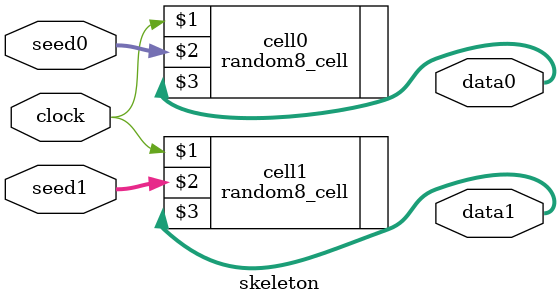
<source format=v>
module skeleton(clock, seed0, seed1, data0, data1);

	input clock;
	input [7:0] seed0, seed1;
	output [7:0] data0, data1;
	
	random8_cell cell0(clock, seed0, data0);
	random8_cell cell1(clock, seed1, data1);
	
endmodule

</source>
